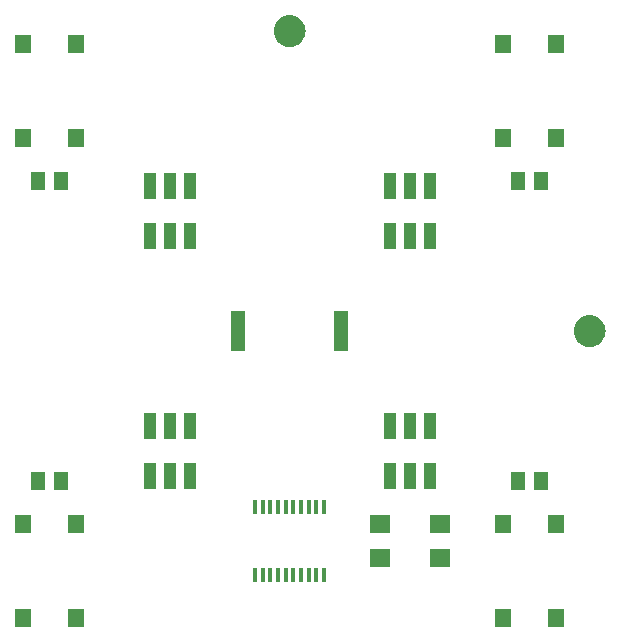
<source format=gbr>
G04 EAGLE Gerber RS-274X export*
G75*
%MOMM*%
%FSLAX34Y34*%
%LPD*%
%INSolderpaste Top*%
%IPPOS*%
%AMOC8*
5,1,8,0,0,1.08239X$1,22.5*%
G01*
%ADD10R,1.300000X1.500000*%
%ADD11R,1.800000X1.600000*%
%ADD12R,1.100000X2.300000*%
%ADD13R,1.803000X1.600000*%
%ADD14R,0.300000X1.199800*%
%ADD15R,1.300000X3.400000*%
%ADD16R,1.400000X1.600000*%

G36*
X307072Y545535D02*
X307072Y545535D01*
X307102Y545542D01*
X307202Y545558D01*
X309341Y546131D01*
X309356Y546138D01*
X309369Y546140D01*
X309388Y546150D01*
X309465Y546176D01*
X311472Y547112D01*
X311498Y547129D01*
X311587Y547178D01*
X313400Y548448D01*
X313422Y548470D01*
X313502Y548533D01*
X315067Y550098D01*
X315085Y550124D01*
X315152Y550200D01*
X316422Y552013D01*
X316436Y552041D01*
X316488Y552128D01*
X317424Y554135D01*
X317433Y554165D01*
X317469Y554259D01*
X318042Y556398D01*
X318046Y556429D01*
X318065Y556528D01*
X318258Y558734D01*
X318256Y558765D01*
X318258Y558866D01*
X318065Y561072D01*
X318058Y561102D01*
X318042Y561202D01*
X317469Y563341D01*
X317457Y563369D01*
X317424Y563465D01*
X316488Y565472D01*
X316471Y565498D01*
X316422Y565587D01*
X315152Y567400D01*
X315130Y567422D01*
X315067Y567502D01*
X313502Y569067D01*
X313476Y569085D01*
X313400Y569152D01*
X311587Y570422D01*
X311559Y570436D01*
X311472Y570488D01*
X309465Y571424D01*
X309435Y571433D01*
X309341Y571469D01*
X307202Y572042D01*
X307171Y572046D01*
X307072Y572065D01*
X304866Y572258D01*
X304835Y572256D01*
X304734Y572258D01*
X302528Y572065D01*
X302498Y572058D01*
X302398Y572042D01*
X300259Y571469D01*
X300231Y571457D01*
X300135Y571424D01*
X298128Y570488D01*
X298102Y570471D01*
X298013Y570422D01*
X296200Y569152D01*
X296178Y569130D01*
X296098Y569067D01*
X294533Y567502D01*
X294515Y567476D01*
X294448Y567400D01*
X293178Y565587D01*
X293166Y565563D01*
X293163Y565559D01*
X293158Y565548D01*
X293112Y565472D01*
X292176Y563465D01*
X292167Y563435D01*
X292131Y563341D01*
X291558Y561202D01*
X291555Y561171D01*
X291535Y561072D01*
X291342Y558866D01*
X291344Y558835D01*
X291342Y558734D01*
X291535Y556528D01*
X291542Y556498D01*
X291558Y556398D01*
X292131Y554259D01*
X292144Y554231D01*
X292148Y554216D01*
X292153Y554194D01*
X292159Y554184D01*
X292176Y554135D01*
X293112Y552128D01*
X293129Y552102D01*
X293178Y552013D01*
X294448Y550200D01*
X294464Y550184D01*
X294468Y550177D01*
X294476Y550170D01*
X294533Y550098D01*
X296098Y548533D01*
X296124Y548515D01*
X296200Y548448D01*
X298013Y547178D01*
X298041Y547164D01*
X298128Y547112D01*
X300135Y546176D01*
X300165Y546167D01*
X300259Y546131D01*
X302398Y545558D01*
X302429Y545555D01*
X302528Y545535D01*
X304734Y545342D01*
X304765Y545344D01*
X304866Y545342D01*
X307072Y545535D01*
G37*
G36*
X561072Y291535D02*
X561072Y291535D01*
X561102Y291542D01*
X561202Y291558D01*
X563341Y292131D01*
X563356Y292138D01*
X563369Y292140D01*
X563388Y292150D01*
X563465Y292176D01*
X565472Y293112D01*
X565498Y293129D01*
X565587Y293178D01*
X567400Y294448D01*
X567422Y294470D01*
X567502Y294533D01*
X569067Y296098D01*
X569085Y296124D01*
X569152Y296200D01*
X570422Y298013D01*
X570436Y298041D01*
X570488Y298128D01*
X571424Y300135D01*
X571433Y300165D01*
X571469Y300259D01*
X572042Y302398D01*
X572046Y302429D01*
X572065Y302528D01*
X572258Y304734D01*
X572256Y304765D01*
X572258Y304866D01*
X572065Y307072D01*
X572058Y307102D01*
X572042Y307202D01*
X571469Y309341D01*
X571457Y309369D01*
X571424Y309465D01*
X570488Y311472D01*
X570471Y311498D01*
X570422Y311587D01*
X569152Y313400D01*
X569130Y313422D01*
X569067Y313502D01*
X567502Y315067D01*
X567476Y315085D01*
X567400Y315152D01*
X565587Y316422D01*
X565559Y316436D01*
X565472Y316488D01*
X563465Y317424D01*
X563435Y317433D01*
X563341Y317469D01*
X561202Y318042D01*
X561171Y318046D01*
X561072Y318065D01*
X558866Y318258D01*
X558835Y318256D01*
X558734Y318258D01*
X556528Y318065D01*
X556498Y318058D01*
X556398Y318042D01*
X554259Y317469D01*
X554231Y317457D01*
X554135Y317424D01*
X552128Y316488D01*
X552102Y316471D01*
X552013Y316422D01*
X550200Y315152D01*
X550178Y315130D01*
X550098Y315067D01*
X548533Y313502D01*
X548515Y313476D01*
X548448Y313400D01*
X547178Y311587D01*
X547166Y311563D01*
X547163Y311559D01*
X547158Y311548D01*
X547112Y311472D01*
X546176Y309465D01*
X546167Y309435D01*
X546131Y309341D01*
X545558Y307202D01*
X545555Y307171D01*
X545535Y307072D01*
X545342Y304866D01*
X545344Y304835D01*
X545342Y304734D01*
X545535Y302528D01*
X545542Y302498D01*
X545558Y302398D01*
X546131Y300259D01*
X546144Y300231D01*
X546148Y300216D01*
X546153Y300194D01*
X546159Y300184D01*
X546176Y300135D01*
X547112Y298128D01*
X547129Y298102D01*
X547178Y298013D01*
X548448Y296200D01*
X548464Y296184D01*
X548468Y296177D01*
X548476Y296170D01*
X548533Y296098D01*
X550098Y294533D01*
X550124Y294515D01*
X550200Y294448D01*
X552013Y293178D01*
X552041Y293164D01*
X552128Y293112D01*
X554135Y292176D01*
X554165Y292167D01*
X554259Y292131D01*
X556398Y291558D01*
X556429Y291555D01*
X556528Y291535D01*
X558734Y291342D01*
X558765Y291344D01*
X558866Y291342D01*
X561072Y291535D01*
G37*
D10*
X111100Y177800D03*
X92100Y177800D03*
X111100Y431800D03*
X92100Y431800D03*
X498500Y431800D03*
X517500Y431800D03*
X498500Y177800D03*
X517500Y177800D03*
D11*
X381000Y141000D03*
X381000Y113000D03*
D12*
X220200Y224700D03*
X203200Y224700D03*
X186200Y224700D03*
X186200Y181700D03*
X203200Y181700D03*
X220200Y181700D03*
X220200Y427900D03*
X203200Y427900D03*
X186200Y427900D03*
X186200Y384900D03*
X203200Y384900D03*
X220200Y384900D03*
X389400Y384900D03*
X406400Y384900D03*
X423400Y384900D03*
X423400Y427900D03*
X406400Y427900D03*
X389400Y427900D03*
X389400Y181700D03*
X406400Y181700D03*
X423400Y181700D03*
X423400Y224700D03*
X406400Y224700D03*
X389400Y224700D03*
D13*
X431800Y141220D03*
X431800Y112780D03*
D14*
X334049Y98000D03*
X327549Y98000D03*
X321050Y98000D03*
X314550Y98000D03*
X308050Y98000D03*
X301550Y98000D03*
X295050Y98000D03*
X288550Y98000D03*
X334049Y156001D03*
X327549Y156001D03*
X321050Y156001D03*
X314550Y156001D03*
X308050Y156001D03*
X301550Y156001D03*
X295050Y156001D03*
X288550Y156001D03*
X282050Y156001D03*
X275551Y156001D03*
X282050Y98000D03*
X275551Y98000D03*
D15*
X348300Y304800D03*
X261300Y304800D03*
D16*
X124100Y61600D03*
X124100Y141600D03*
X79100Y141600D03*
X79100Y61600D03*
X124100Y468000D03*
X124100Y548000D03*
X79100Y548000D03*
X79100Y468000D03*
X485500Y548000D03*
X485500Y468000D03*
X530500Y468000D03*
X530500Y548000D03*
X485500Y141600D03*
X485500Y61600D03*
X530500Y61600D03*
X530500Y141600D03*
M02*

</source>
